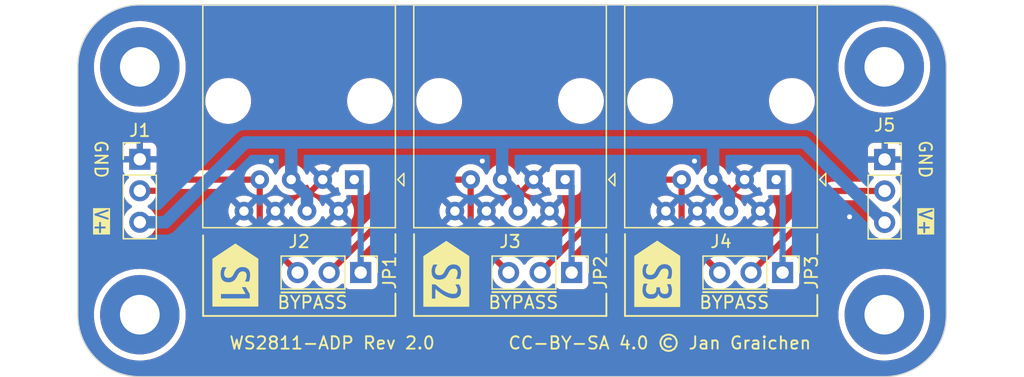
<source format=kicad_pcb>
(kicad_pcb (version 20221018) (generator pcbnew)
  (title_block (title "MGP Decoder adapter board to RJ45 loop") (date "2023-12-20") (rev "2.0") (company "Jan Graichen"))
  (layers (0 "F.Cu" signal) (31 "B.Cu" signal) (34 "B.Paste" user) (35 "F.Paste" user) (36 "B.SilkS" user "B.Silkscreen") (37 "F.SilkS" user "F.Silkscreen") (38 "B.Mask" user) (39 "F.Mask" user) (44 "Edge.Cuts" user))
  (net 0 "")
  (net 1 "Net-(J5-Pin_2)")
  (net 2 "Net-(JP1-A)")
  (net 3 "Net-(JP2-A)")
  (net 4 "VCC")
  (net 5 "GND")
  (net 6 "Net-(J1-Pin_2)")
  (net 7 "Net-(JP1-C)")
  (net 8 "Net-(JP3-A)")
  (net 9 "Net-(JP2-C)")
  (footprint "Connector_PinHeader_2.54mm:PinHeader_1x03_P2.54mm_Vertical" (layer "F.Cu") (at 70 62.46)
    (fp_text reference "J1" (at 0 -2.33) (layer "F.SilkS"))
    (fp_text value "Conn_01x03_Pin")
    (fp_line (start -1.33 -1.33) (end 0 -1.33) (stroke (width 0.12)) (layer "F.SilkS"))
    (fp_line (start -1.33 0) (end -1.33 -1.33) (stroke (width 0.12)) (layer "F.SilkS"))
    (fp_line (start -1.33 1.27) (end -1.33 6.41) (stroke (width 0.12)) (layer "F.SilkS"))
    (fp_line (start -1.33 1.27) (end 1.33 1.27) (stroke (width 0.12)) (layer "F.SilkS"))
    (fp_line (start -1.33 6.41) (end 1.33 6.41) (stroke (width 0.12)) (layer "F.SilkS"))
    (fp_line (start 1.33 1.27) (end 1.33 6.41) (stroke (width 0.12)) (layer "F.SilkS"))
    (pad "1" thru_hole rect (at 0 0) (size 1.7 1.7) (drill 1) (layers "*.Cu" "*.Mask") (net 5 "GND"))
    (pad "2" thru_hole oval (at 0 2.54) (size 1.7 1.7) (drill 1) (layers "*.Cu" "*.Mask") (net 6 "Net-(J1-Pin_2)"))
    (pad "3" thru_hole oval (at 0 5.08) (size 1.7 1.7) (drill 1) (layers "*.Cu" "*.Mask") (net 4 "VCC"))
  )
  (footprint "kibuzzard-6563BF6D" (layer "F.Cu") (at 111.7 71.7 -90)
    (fp_text reference "kibuzzard-6563BF6D" hide)
    (fp_text value "G***" hide)
    (fp_poly (pts (xy -0.782814 -1.852083) (xy -1.444272 -1.852083) (xy -2.678994 0) (xy -1.444272 1.852083) (xy -0.782814 1.852083) (xy -0.227189 1.852083) (xy -0.227189 1.190625) (xy -0.424039 1.173692) (xy -0.603956 1.122892) (xy -0.766939 1.038225) (xy -0.766939 0.708025) (xy -0.599369 0.822678) (xy -0.422628 0.891469) (xy -0.236714 0.9144) (xy -0.095426 0.892572) (xy 0.010936 0.827088) (xy 0.077611 0.719534) (xy 0.099836 0.5715) (xy 0.08277 0.430213) (xy 0.031574 0.3175) (xy -0.059311 0.224631) (xy -0.195439 0.142875) (xy -0.389996 0.041275) (xy -0.541867 -0.064558) (xy -0.651051 -0.174625) (xy -0.749873 -0.36195) (xy -0.782814 -0.587375) (xy -0.741142 -0.841375) (xy -0.616126 -1.031875) (xy -0.489303 -1.120069) (xy -0.331082 -1.172986) (xy -0.141464 -1.190625) (xy 0.043392 -1.180042) (xy 0.221192 -1.148292) (xy 0.391936 -1.095375) (xy 0.391936 -0.777875) (xy 0.146667 -0.880269) (xy -0.100189 -0.9144) (xy -0.239095 -0.893762) (xy -0.344664 -0.83185) (xy -0.411339 -0.733425) (xy -0.433564 -0.60325) (xy -0.405342 -0.442031) (xy -0.320675 -0.313972) (xy -0.179564 -0.219075) (xy 0.036689 -0.110067) (xy 0.202847 0.001058) (xy 0.318911 0.1143) (xy 0.421305 0.310356) (xy 0.455436 0.555625) (xy 0.428131 0.784225) (xy 0.346216 0.962025) (xy 0.209691 1.089025) (xy 0.018556 1.165225) (xy -0.227189 1.190625) (xy -0.227189 1.852083) (xy 1.303161 1.852083) (xy 1.303161 1.190625) (xy 1.044399 1.165225) (xy 0.795161 1.089025) (xy 0.795161 0.784225) (xy 1.026142 0.881856) (xy 1.261886 0.9144) (xy 1.436908 0.887016) (xy 1.561924 0.804863) (xy 1.636933 0.667941) (xy 1.661936 0.47625) (xy 1.633361 0.287734) (xy 1.547636 0.160337) (xy 1.392061 0.087709) (xy 1.153936 0.0635) (xy 1.090436 0.0635) (xy 1.090436 -0.2159) (xy 1.153936 -0.2159) (xy 1.375392 -0.239712) (xy 1.525411 -0.31115) (xy 1.611136 -0.434181) (xy 1.639711 -0.612775) (xy 1.603022 -0.782108) (xy 1.492956 -0.883708) (xy 1.309511 -0.917575) (xy 1.085674 -0.884237) (xy 0.839611 -0.784225) (xy 0.839611 -1.0795) (xy 1.023056 -1.141236) (xy 1.200856 -1.178278) (xy 1.373011 -1.190625) (xy 1.634155 -1.155303) (xy 1.827036 -1.049337) (xy 1.946099 -0.880666) (xy 1.985786 -0.657225) (xy 1.961974 -0.453827) (xy 1.890536 -0.291306) (xy 1.771474 -0.169664) (xy 1.604786 -0.0889) (xy 1.604786 -0.085725) (xy 1.785364 -0.019844) (xy 1.914349 0.098425) (xy 1.991739 0.269081) (xy 2.017536 0.492125) (xy 1.997692 0.705556) (xy 1.938161 0.880181) (xy 1.838942 1.016) (xy 1.700036 1.113014) (xy 1.521442 1.171222) (xy 1.303161 1.190625) (xy 1.303161 1.852083) (xy 2.017536 1.852083) (xy 2.678994 1.852083) (xy 2.678994 -1.852083) (xy 2.017536 -1.852083) (xy -0.782814 -1.852083)) (fill solid) (layer "F.SilkS"))
  )
  (footprint "Connector_PinHeader_2.54mm:PinHeader_1x03_P2.54mm_Vertical" (layer "F.Cu") (at 121.8 71.6 -90)
    (fp_text reference "JP3" (at 0 -2.33 90) (layer "F.SilkS"))
    (fp_text value "Jumper_3_Bridged12")
    (fp_line (start -1.33 -1.33) (end 0 -1.33) (stroke (width 0.12)) (layer "F.SilkS"))
    (fp_line (start -1.33 0) (end -1.33 -1.33) (stroke (width 0.12)) (layer "F.SilkS"))
    (fp_line (start -1.33 1.27) (end -1.33 6.41) (stroke (width 0.12)) (layer "F.SilkS"))
    (fp_line (start -1.33 1.27) (end 1.33 1.27) (stroke (width 0.12)) (layer "F.SilkS"))
    (fp_line (start -1.33 6.41) (end 1.33 6.41) (stroke (width 0.12)) (layer "F.SilkS"))
    (fp_line (start 1.33 1.27) (end 1.33 6.41) (stroke (width 0.12)) (layer "F.SilkS"))
    (pad "1" thru_hole rect (at 0 0 270) (size 1.7 1.7) (drill 1) (layers "*.Cu" "*.Mask") (net 8 "Net-(JP3-A)"))
    (pad "2" thru_hole oval (at 0 2.54 270) (size 1.7 1.7) (drill 1) (layers "*.Cu" "*.Mask") (net 1 "Net-(J5-Pin_2)"))
    (pad "3" thru_hole oval (at 0 5.08 270) (size 1.7 1.7) (drill 1) (layers "*.Cu" "*.Mask") (net 9 "Net-(JP2-C)"))
  )
  (footprint "Connector_RJ:RJ45_Amphenol_54602-x08_Horizontal" (layer "F.Cu") (at 87.2825 64.1 180)
    (fp_text reference "J2" (at 4.445 -5) (layer "F.SilkS"))
    (fp_text value "RJ45 P1")
    (fp_line (start -4 -0.5) (end -4 0.5) (stroke (width 0.12)) (layer "F.SilkS"))
    (fp_line (start -4 0.5) (end -3.5 0) (stroke (width 0.12)) (layer "F.SilkS"))
    (fp_line (start -3.5 0) (end -4 -0.5) (stroke (width 0.12)) (layer "F.SilkS"))
    (fp_line (start -3.315 -3.88) (end -3.315 14.08) (stroke (width 0.12)) (layer "F.SilkS"))
    (fp_line (start -3.315 14.08) (end 12.205 14.08) (stroke (width 0.12)) (layer "F.SilkS"))
    (fp_line (start 12.205 -3.88) (end -3.315 -3.88) (stroke (width 0.12)) (layer "F.SilkS"))
    (fp_line (start 12.205 -3.88) (end 12.205 14.08) (stroke (width 0.12)) (layer "F.SilkS"))
    (pad "" np_thru_hole circle (at -1.27 6.35 180) (size 3.2 3.2) (drill 3.2) (layers "*.Cu" "*.Mask"))
    (pad "" np_thru_hole circle (at 10.16 6.35 180) (size 3.2 3.2) (drill 3.2) (layers "*.Cu" "*.Mask"))
    (pad "1" thru_hole rect (at 0 0 180) (size 1.5 1.5) (drill 0.76) (layers "*.Cu" "*.Mask") (net 2 "Net-(JP1-A)"))
    (pad "2" thru_hole circle (at 1.27 -2.54 180) (size 1.5 1.5) (drill 0.76) (layers "*.Cu" "*.Mask") (net 5 "GND"))
    (pad "3" thru_hole circle (at 2.54 0 180) (size 1.5 1.5) (drill 0.76) (layers "*.Cu" "*.Mask") (net 5 "GND"))
    (pad "4" thru_hole circle (at 3.81 -2.54 180) (size 1.5 1.5) (drill 0.76) (layers "*.Cu" "*.Mask") (net 4 "VCC"))
    (pad "5" thru_hole circle (at 5.08 0 180) (size 1.5 1.5) (drill 0.76) (layers "*.Cu" "*.Mask") (net 4 "VCC"))
    (pad "6" thru_hole circle (at 6.35 -2.54 180) (size 1.5 1.5) (drill 0.76) (layers "*.Cu" "*.Mask") (net 5 "GND"))
    (pad "7" thru_hole circle (at 7.62 0 180) (size 1.5 1.5) (drill 0.76) (layers "*.Cu" "*.Mask") (net 6 "Net-(J1-Pin_2)"))
    (pad "8" thru_hole circle (at 8.89 -2.54 180) (size 1.5 1.5) (drill 0.76) (layers "*.Cu" "*.Mask") (net 5 "GND"))
  )
  (footprint "Connector_RJ:RJ45_Amphenol_54602-x08_Horizontal" (layer "F.Cu") (at 121.2825 64.1 180)
    (fp_text reference "J4" (at 4.445 -5) (layer "F.SilkS"))
    (fp_text value "RJ45 P3")
    (fp_line (start -4 -0.5) (end -4 0.5) (stroke (width 0.12)) (layer "F.SilkS"))
    (fp_line (start -4 0.5) (end -3.5 0) (stroke (width 0.12)) (layer "F.SilkS"))
    (fp_line (start -3.5 0) (end -4 -0.5) (stroke (width 0.12)) (layer "F.SilkS"))
    (fp_line (start -3.315 -3.88) (end -3.315 14.08) (stroke (width 0.12)) (layer "F.SilkS"))
    (fp_line (start -3.315 14.08) (end 12.205 14.08) (stroke (width 0.12)) (layer "F.SilkS"))
    (fp_line (start 12.205 -3.88) (end -3.315 -3.88) (stroke (width 0.12)) (layer "F.SilkS"))
    (fp_line (start 12.205 -3.88) (end 12.205 14.08) (stroke (width 0.12)) (layer "F.SilkS"))
    (pad "" np_thru_hole circle (at -1.27 6.35 180) (size 3.2 3.2) (drill 3.2) (layers "*.Cu" "*.Mask"))
    (pad "" np_thru_hole circle (at 10.16 6.35 180) (size 3.2 3.2) (drill 3.2) (layers "*.Cu" "*.Mask"))
    (pad "1" thru_hole rect (at 0 0 180) (size 1.5 1.5) (drill 0.76) (layers "*.Cu" "*.Mask") (net 8 "Net-(JP3-A)"))
    (pad "2" thru_hole circle (at 1.27 -2.54 180) (size 1.5 1.5) (drill 0.76) (layers "*.Cu" "*.Mask") (net 5 "GND"))
    (pad "3" thru_hole circle (at 2.54 0 180) (size 1.5 1.5) (drill 0.76) (layers "*.Cu" "*.Mask") (net 5 "GND"))
    (pad "4" thru_hole circle (at 3.81 -2.54 180) (size 1.5 1.5) (drill 0.76) (layers "*.Cu" "*.Mask") (net 4 "VCC"))
    (pad "5" thru_hole circle (at 5.08 0 180) (size 1.5 1.5) (drill 0.76) (layers "*.Cu" "*.Mask") (net 4 "VCC"))
    (pad "6" thru_hole circle (at 6.35 -2.54 180) (size 1.5 1.5) (drill 0.76) (layers "*.Cu" "*.Mask") (net 5 "GND"))
    (pad "7" thru_hole circle (at 7.62 0 180) (size 1.5 1.5) (drill 0.76) (layers "*.Cu" "*.Mask") (net 9 "Net-(JP2-C)"))
    (pad "8" thru_hole circle (at 8.89 -2.54 180) (size 1.5 1.5) (drill 0.76) (layers "*.Cu" "*.Mask") (net 5 "GND"))
  )
  (footprint "Connector_PinHeader_2.54mm:PinHeader_1x03_P2.54mm_Vertical" (layer "F.Cu") (at 87.8 71.6 -90)
    (fp_text reference "JP1" (at 0 -2.33 90) (layer "F.SilkS"))
    (fp_text value "Jumper_3_Bridged12")
    (fp_line (start -1.33 -1.33) (end 0 -1.33) (stroke (width 0.12)) (layer "F.SilkS"))
    (fp_line (start -1.33 0) (end -1.33 -1.33) (stroke (width 0.12)) (layer "F.SilkS"))
    (fp_line (start -1.33 1.27) (end -1.33 6.41) (stroke (width 0.12)) (layer "F.SilkS"))
    (fp_line (start -1.33 1.27) (end 1.33 1.27) (stroke (width 0.12)) (layer "F.SilkS"))
    (fp_line (start -1.33 6.41) (end 1.33 6.41) (stroke (width 0.12)) (layer "F.SilkS"))
    (fp_line (start 1.33 1.27) (end 1.33 6.41) (stroke (width 0.12)) (layer "F.SilkS"))
    (pad "1" thru_hole rect (at 0 0 270) (size 1.7 1.7) (drill 1) (layers "*.Cu" "*.Mask") (net 2 "Net-(JP1-A)"))
    (pad "2" thru_hole oval (at 0 2.54 270) (size 1.7 1.7) (drill 1) (layers "*.Cu" "*.Mask") (net 7 "Net-(JP1-C)"))
    (pad "3" thru_hole oval (at 0 5.08 270) (size 1.7 1.7) (drill 1) (layers "*.Cu" "*.Mask") (net 6 "Net-(J1-Pin_2)"))
  )
  (footprint "MountingHole:MountingHole_3.2mm_M3_Pad" (layer "F.Cu") (at 70 55)
    (fp_text reference "REF**" hide)
    (fp_text value "MountingHole_3.2mm_M3_Pad")
    (pad "1" thru_hole circle (at 0 0) (size 6.4 6.4) (drill 3.2) (layers "*.Cu" "*.Mask"))
  )
  (footprint "kibuzzard-6563BF62" (layer "F.Cu") (at 77.7 71.8 -90)
    (fp_text reference "kibuzzard-6563BF62" hide)
    (fp_text value "G***" hide)
    (fp_poly (pts (xy -0.651051 -1.852083) (xy -1.31251 -1.852083) (xy -2.547232 0) (xy -1.31251 1.852083) (xy -0.651051 1.852083) (xy -0.095426 1.852083) (xy -0.095426 1.190625) (xy -0.292276 1.173692) (xy -0.472193 1.122892) (xy -0.635176 1.038225) (xy -0.635176 0.708025) (xy -0.467607 0.822678) (xy -0.290865 0.891469) (xy -0.104951 0.9144) (xy 0.036336 0.892572) (xy 0.142699 0.827088) (xy 0.209374 0.719534) (xy 0.231599 0.5715) (xy 0.214533 0.430213) (xy 0.163336 0.3175) (xy 0.072452 0.224631) (xy -0.063676 0.142875) (xy -0.258233 0.041275) (xy -0.410104 -0.064558) (xy -0.519289 -0.174625) (xy -0.618111 -0.36195) (xy -0.651051 -0.587375) (xy -0.60938 -0.841375) (xy -0.484364 -1.031875) (xy -0.35754 -1.120069) (xy -0.199319 -1.172986) (xy -0.009701 -1.190625) (xy 0.175154 -1.180042) (xy 0.352954 -1.148292) (xy 0.523699 -1.095375) (xy 0.523699 -0.777875) (xy 0.27843 -0.880269) (xy 0.031574 -0.9144) (xy -0.107333 -0.893762) (xy -0.212901 -0.83185) (xy -0.279576 -0.733425) (xy -0.301801 -0.60325) (xy -0.273579 -0.442031) (xy -0.188912 -0.313972) (xy -0.047801 -0.219075) (xy 0.168451 -0.110067) (xy 0.33461 0.001058) (xy 0.450674 0.1143) (xy 0.553067 0.310356) (xy 0.587199 0.555625) (xy 0.559894 0.784225) (xy 0.477979 0.962025) (xy 0.341454 1.089025) (xy 0.150319 1.165225) (xy -0.095426 1.190625) (xy -0.095426 1.852083) (xy 1.530174 1.852083) (xy 1.530174 1.158875) (xy 1.530174 -0.8255) (xy 1.523824 -0.828675) (xy 0.977724 -0.523875) (xy 0.977724 -0.835025) (xy 1.533349 -1.158875) (xy 1.885774 -1.158875) (xy 1.885774 1.158875) (xy 1.530174 1.158875) (xy 1.530174 1.852083) (xy 1.885774 1.852083) (xy 2.547232 1.852083) (xy 2.547232 -1.852083) (xy 1.885774 -1.852083) (xy -0.651051 -1.852083)) (fill solid) (layer "F.SilkS"))
  )
  (footprint "Connector_PinHeader_2.54mm:PinHeader_1x03_P2.54mm_Vertical" (layer "F.Cu") (at 104.8 71.6 -90)
    (fp_text reference "JP2" (at 0 -2.33 90) (layer "F.SilkS"))
    (fp_text value "Jumper_3_Bridged12")
    (fp_line (start -1.33 -1.33) (end 0 -1.33) (stroke (width 0.12)) (layer "F.SilkS"))
    (fp_line (start -1.33 0) (end -1.33 -1.33) (stroke (width 0.12)) (layer "F.SilkS"))
    (fp_line (start -1.33 1.27) (end -1.33 6.41) (stroke (width 0.12)) (layer "F.SilkS"))
    (fp_line (start -1.33 1.27) (end 1.33 1.27) (stroke (width 0.12)) (layer "F.SilkS"))
    (fp_line (start -1.33 6.41) (end 1.33 6.41) (stroke (width 0.12)) (layer "F.SilkS"))
    (fp_line (start 1.33 1.27) (end 1.33 6.41) (stroke (width 0.12)) (layer "F.SilkS"))
    (pad "1" thru_hole rect (at 0 0 270) (size 1.7 1.7) (drill 1) (layers "*.Cu" "*.Mask") (net 3 "Net-(JP2-A)"))
    (pad "2" thru_hole oval (at 0 2.54 270) (size 1.7 1.7) (drill 1) (layers "*.Cu" "*.Mask") (net 9 "Net-(JP2-C)"))
    (pad "3" thru_hole oval (at 0 5.08 270) (size 1.7 1.7) (drill 1) (layers "*.Cu" "*.Mask") (net 7 "Net-(JP1-C)"))
  )
  (footprint "MountingHole:MountingHole_3.2mm_M3_Pad" (layer "F.Cu") (at 130 55)
    (fp_text reference "REF**" hide)
    (fp_text value "MountingHole_3.2mm_M3_Pad")
    (pad "1" thru_hole circle (at 0 0) (size 6.4 6.4) (drill 3.2) (layers "*.Cu" "*.Mask"))
  )
  (footprint "Connector_PinSocket_2.54mm:PinSocket_1x03_P2.54mm_Vertical" (layer "F.Cu") (at 130.025 62.475)
    (fp_text reference "J5" (at 0 -2.77) (layer "F.SilkS"))
    (fp_text value "Conn_01x03_Socket")
    (fp_line (start -1.33 1.27) (end -1.33 6.41) (stroke (width 0.12)) (layer "F.SilkS"))
    (fp_line (start -1.33 1.27) (end 1.33 1.27) (stroke (width 0.12)) (layer "F.SilkS"))
    (fp_line (start -1.33 6.41) (end 1.33 6.41) (stroke (width 0.12)) (layer "F.SilkS"))
    (fp_line (start 0 -1.33) (end 1.33 -1.33) (stroke (width 0.12)) (layer "F.SilkS"))
    (fp_line (start 1.33 -1.33) (end 1.33 0) (stroke (width 0.12)) (layer "F.SilkS"))
    (fp_line (start 1.33 1.27) (end 1.33 6.41) (stroke (width 0.12)) (layer "F.SilkS"))
    (pad "1" thru_hole rect (at 0 0) (size 1.7 1.7) (drill 1) (layers "*.Cu" "*.Mask") (net 5 "GND"))
    (pad "2" thru_hole oval (at 0 2.54) (size 1.7 1.7) (drill 1) (layers "*.Cu" "*.Mask") (net 1 "Net-(J5-Pin_2)"))
    (pad "3" thru_hole oval (at 0 5.08) (size 1.7 1.7) (drill 1) (layers "*.Cu" "*.Mask") (net 4 "VCC"))
  )
  (footprint "MountingHole:MountingHole_3.2mm_M3_Pad" (layer "F.Cu") (at 70 75)
    (fp_text reference "REF**" hide)
    (fp_text value "MountingHole_3.2mm_M3_Pad")
    (pad "1" thru_hole circle (at 0 0) (size 6.4 6.4) (drill 3.2) (layers "*.Cu" "*.Mask"))
  )
  (footprint "Connector_RJ:RJ45_Amphenol_54602-x08_Horizontal" (layer "F.Cu") (at 104.2825 64.1 180)
    (fp_text reference "J3" (at 4.445 -5) (layer "F.SilkS"))
    (fp_text value "RJ45 P2")
    (fp_line (start -4 -0.5) (end -4 0.5) (stroke (width 0.12)) (layer "F.SilkS"))
    (fp_line (start -4 0.5) (end -3.5 0) (stroke (width 0.12)) (layer "F.SilkS"))
    (fp_line (start -3.5 0) (end -4 -0.5) (stroke (width 0.12)) (layer "F.SilkS"))
    (fp_line (start -3.315 -3.88) (end -3.315 14.08) (stroke (width 0.12)) (layer "F.SilkS"))
    (fp_line (start -3.315 14.08) (end 12.205 14.08) (stroke (width 0.12)) (layer "F.SilkS"))
    (fp_line (start 12.205 -3.88) (end -3.315 -3.88) (stroke (width 0.12)) (layer "F.SilkS"))
    (fp_line (start 12.205 -3.88) (end 12.205 14.08) (stroke (width 0.12)) (layer "F.SilkS"))
    (pad "" np_thru_hole circle (at -1.27 6.35 180) (size 3.2 3.2) (drill 3.2) (layers "*.Cu" "*.Mask"))
    (pad "" np_thru_hole circle (at 10.16 6.35 180) (size 3.2 3.2) (drill 3.2) (layers "*.Cu" "*.Mask"))
    (pad "1" thru_hole rect (at 0 0 180) (size 1.5 1.5) (drill 0.76) (layers "*.Cu" "*.Mask") (net 3 "Net-(JP2-A)"))
    (pad "2" thru_hole circle (at 1.27 -2.54 180) (size 1.5 1.5) (drill 0.76) (layers "*.Cu" "*.Mask") (net 5 "GND"))
    (pad "3" thru_hole circle (at 2.54 0 180) (size 1.5 1.5) (drill 0.76) (layers "*.Cu" "*.Mask") (net 5 "GND"))
    (pad "4" thru_hole circle (at 3.81 -2.54 180) (size 1.5 1.5) (drill 0.76) (layers "*.Cu" "*.Mask") (net 4 "VCC"))
    (pad "5" thru_hole circle (at 5.08 0 180) (size 1.5 1.5) (drill 0.76) (layers "*.Cu" "*.Mask") (net 4 "VCC"))
    (pad "6" thru_hole circle (at 6.35 -2.54 180) (size 1.5 1.5) (drill 0.76) (layers "*.Cu" "*.Mask") (net 5 "GND"))
    (pad "7" thru_hole circle (at 7.62 0 180) (size 1.5 1.5) (drill 0.76) (layers "*.Cu" "*.Mask") (net 7 "Net-(JP1-C)"))
    (pad "8" thru_hole circle (at 8.89 -2.54 180) (size 1.5 1.5) (drill 0.76) (layers "*.Cu" "*.Mask") (net 5 "GND"))
  )
  (footprint "kibuzzard-6563BF69" (layer "F.Cu") (at 94.7 71.7 -90)
    (fp_text reference "kibuzzard-6563BF69" hide)
    (fp_text value "G***" hide)
    (fp_poly (pts (xy -0.763764 -1.852083) (xy -1.425222 -1.852083) (xy -2.659944 0) (xy -1.425222 1.852083) (xy -0.763764 1.852083) (xy -0.208139 1.852083) (xy -0.208139 1.190625) (xy -0.404989 1.173692) (xy -0.584906 1.122892) (xy -0.747889 1.038225) (xy -0.747889 0.708025) (xy -0.580319 0.822678) (xy -0.403578 0.891469) (xy -0.217664 0.9144) (xy -0.076376 0.892572) (xy 0.029986 0.827088) (xy 0.096661 0.719534) (xy 0.118886 0.5715) (xy 0.10182 0.430213) (xy 0.050624 0.3175) (xy -0.040261 0.224631) (xy -0.176389 0.142875) (xy -0.370946 0.041275) (xy -0.522817 -0.064558) (xy -0.632001 -0.174625) (xy -0.730823 -0.36195) (xy -0.763764 -0.587375) (xy -0.722092 -0.841375) (xy -0.597076 -1.031875) (xy -0.470253 -1.120069) (xy -0.312032 -1.172986) (xy -0.122414 -1.190625) (xy 0.062442 -1.180042) (xy 0.240242 -1.148292) (xy 0.410986 -1.095375) (xy 0.410986 -0.777875) (xy 0.165717 -0.880269) (xy -0.081139 -0.9144) (xy -0.220045 -0.893762) (xy -0.325614 -0.83185) (xy -0.392289 -0.733425) (xy -0.414514 -0.60325) (xy -0.386292 -0.442031) (xy -0.301625 -0.313972) (xy -0.160514 -0.219075) (xy 0.055739 -0.110067) (xy 0.221897 0.001058) (xy 0.337961 0.1143) (xy 0.440355 0.310356) (xy 0.474486 0.555625) (xy 0.447181 0.784225) (xy 0.365266 0.962025) (xy 0.228741 1.089025) (xy 0.037606 1.165225) (xy -0.208139 1.190625) (xy -0.208139 1.852083) (xy 1.998486 1.852083) (xy 1.998486 1.158875) (xy 0.855486 1.158875) (xy 0.855486 0.88265) (xy 1.059334 0.645691) (xy 1.231821 0.41923) (xy 1.372946 0.203265) (xy 1.482711 -0.002203) (xy 1.561114 -0.197174) (xy 1.608155 -0.381648) (xy 1.623836 -0.555625) (xy 1.60677 -0.71755) (xy 1.555574 -0.828675) (xy 1.347611 -0.9144) (xy 1.198386 -0.893586) (xy 1.034344 -0.831144) (xy 0.855486 -0.727075) (xy 0.855486 -1.025525) (xy 1.031169 -1.117247) (xy 1.219553 -1.172281) (xy 1.420636 -1.190625) (xy 1.661539 -1.151334) (xy 1.838149 -1.033462) (xy 1.946495 -0.839391) (xy 1.982611 -0.5715) (xy 1.962679 -0.370417) (xy 1.902883 -0.156633) (xy 1.803224 0.06985) (xy 1.699738 0.251222) (xy 1.56867 0.446088) (xy 1.41002 0.654447) (xy 1.223786 0.8763) (xy 1.223786 0.88265) (xy 1.998486 0.88265) (xy 1.998486 1.158875) (xy 1.998486 1.852083) (xy 2.659944 1.852083) (xy 2.659944 -1.852083) (xy 1.998486 -1.852083) (xy -0.763764 -1.852083)) (fill solid) (layer "F.SilkS"))
  )
  (footprint "MountingHole:MountingHole_3.2mm_M3_Pad" (layer "F.Cu") (at 130 75)
    (fp_text reference "REF**" hide)
    (fp_text value "MountingHole_3.2mm_M3_Pad")
    (pad "1" thru_hole circle (at 0 0) (size 6.4 6.4) (drill 3.2) (layers "*.Cu" "*.Mask"))
  )
  (gr_line (start 75.1 75.1) (end 90.6 75.1) (stroke (width 0.15)) (layer "F.SilkS"))
  (gr_line (start 90.6 70) (end 90.6 68.5) (stroke (width 0.15)) (layer "F.SilkS"))
  (gr_line (start 124.6 75.1) (end 124.6 73.4) (stroke (width 0.15)) (layer "F.SilkS"))
  (gr_line (start 109.1 68.5) (end 109.1 75.1) (stroke (width 0.15)) (layer "F.SilkS"))
  (gr_line (start 90.6 75.1) (end 90.6 73.3) (stroke (width 0.15)) (layer "F.SilkS"))
  (gr_line (start 109.1 75.1) (end 124.6 75.1) (stroke (width 0.15)) (layer "F.SilkS"))
  (gr_line (start 81.407 73.2028) (end 86.5124 73.2028) (stroke (width 0.15)) (layer "F.SilkS"))
  (gr_line (start 107.6 68.5) (end 107.6 70) (stroke (width 0.15)) (layer "F.SilkS"))
  (gr_line (start 92.1 68.5) (end 92.1 75.1) (stroke (width 0.15)) (layer "F.SilkS"))
  (gr_line (start 98.3996 73.1774) (end 103.5304 73.1774) (stroke (width 0.15)) (layer "F.SilkS"))
  (gr_line (start 92.1 75.1) (end 107.6 75.1) (stroke (width 0.15)) (layer "F.SilkS"))
  (gr_line (start 75.1 68.6) (end 75.1 75.1) (stroke (width 0.15)) (layer "F.SilkS"))
  (gr_line (start 107.6 75.1) (end 107.6 73.3) (stroke (width 0.15)) (layer "F.SilkS"))
  (gr_line (start 115.3922 73.1774) (end 120.523 73.1774) (stroke (width 0.15)) (layer "F.SilkS"))
  (gr_line (start 124.6 70.1) (end 124.6 68.5) (stroke (width 0.15)) (layer "F.SilkS"))
  (gr_line (start 130 80) (end 70 80) (stroke (width 0.1)) (layer "Edge.Cuts"))
  (gr_arc (start 130 50) (mid 133.535534 51.464466) (end 135 55) (stroke (width 0.1)) (layer "Edge.Cuts"))
  (gr_arc (start 70 80) (mid 66.464466 78.535534) (end 65 75) (stroke (width 0.1)) (layer "Edge.Cuts"))
  (gr_arc (start 135 75) (mid 133.535534 78.535534) (end 130 80) (stroke (width 0.1)) (layer "Edge.Cuts"))
  (gr_line (start 135 55) (end 135 75) (stroke (width 0.1)) (layer "Edge.Cuts"))
  (gr_line (start 70 50) (end 130 50) (stroke (width 0.1)) (layer "Edge.Cuts"))
  (gr_line (start 65 75) (end 65 55) (stroke (width 0.1)) (layer "Edge.Cuts"))
  (gr_arc (start 65 55) (mid 66.464466 51.464466) (end 70 50) (stroke (width 0.1)) (layer "Edge.Cuts"))
  (gr_text "BYPASS" (at 98 74.6) (layer "F.SilkS") (effects (font (size 1 1)) (justify left bottom)))
  (gr_text "V+" (at 132.706 67.536 270) (layer "F.SilkS" knockout) (effects (font (size 1 1)) (justify bottom)))
  (gr_text "GND" (at 132.706 62.456 270) (layer "F.SilkS") (effects (font (size 1 1)) (justify bottom)))
  (gr_text "BYPASS" (at 115 74.6) (layer "F.SilkS") (effects (font (size 1 1)) (justify left bottom)))
  (gr_text "V+" (at 66.285 67.536 270) (layer "F.SilkS" knockout) (effects (font (size 1 1)) (justify bottom)))
  (gr_text "GND" (at 66.285 62.456 270) (layer "F.SilkS") (effects (font (size 1 1)) (justify bottom)))
  (gr_text "CC-BY-SA 4.0 © Jan Graichen" (at 111.9 76.7) (layer "F.SilkS") (effects (font (size 1 1)) (justify top)))
  (gr_text "BYPASS" (at 81 74.6) (layer "F.SilkS") (effects (font (size 1 1)) (justify left bottom)))
  (gr_text "WS2811-ADP Rev ${REVISION}" (at 85.5 76.7) (layer "F.SilkS") (effects (font (size 1 1)) (justify top)))
  (segment (start 125.845 65.015) (end 130.025 65.015) (width 0.5) (layer "F.Cu") (net 1))
  (segment (start 119.26 71.6) (end 125.845 65.015) (width 0.5) (layer "F.Cu") (net 1))
  (segment (start 87.8 71.6) (end 87.8 64.6175) (width 0.5) (layer "B.Cu") (net 2))
  (segment (start 87.8 64.6175) (end 87.2825 64.1) (width 0.5) (layer "B.Cu") (net 2))
  (segment (start 104.8 71.6) (end 104.8 64.6175) (width 0.5) (layer "B.Cu") (net 3))
  (segment (start 104.8 64.6175) (end 104.2825 64.1) (width 0.5) (layer "B.Cu") (net 3))
  (segment (start 99.2025 61.1025) (end 99.2 61.1) (width 1) (layer "B.Cu") (net 4))
  (segment (start 82.2025 64.1) (end 82.2025 61.1025) (width 1) (layer "B.Cu") (net 4))
  (segment (start 99.2 61.1) (end 116.2 61.1) (width 1) (layer "B.Cu") (net 4))
  (segment (start 78.5 61.1) (end 82.2 61.1) (width 1) (layer "B.Cu") (net 4))
  (segment (start 117.4725 66.64) (end 117.4725 65.37) (width 1) (layer "B.Cu") (net 4))
  (segment (start 116.2025 64.1) (end 116.2025 61.1025) (width 1) (layer "B.Cu") (net 4))
  (segment (start 82.2 61.1) (end 99.2 61.1) (width 1) (layer "B.Cu") (net 4))
  (segment (start 116.2 61.1) (end 123.57 61.1) (width 1) (layer "B.Cu") (net 4))
  (segment (start 70 67.54) (end 72.06 67.54) (width 1) (layer "B.Cu") (net 4))
  (segment (start 83.4725 66.64) (end 83.4725 65.37) (width 1) (layer "B.Cu") (net 4))
  (segment (start 83.4725 65.37) (end 82.2025 64.1) (width 1) (layer "B.Cu") (net 4))
  (segment (start 82.2025 61.1025) (end 82.2 61.1) (width 1) (layer "B.Cu") (net 4))
  (segment (start 117.4725 65.37) (end 116.2025 64.1) (width 1) (layer "B.Cu") (net 4))
  (segment (start 116.2025 61.1025) (end 116.2 61.1) (width 1) (layer "B.Cu") (net 4))
  (segment (start 100.4725 65.37) (end 99.2025 64.1) (width 1) (layer "B.Cu") (net 4))
  (segment (start 99.2025 64.1) (end 99.2025 61.1025) (width 1) (layer "B.Cu") (net 4))
  (segment (start 100.4725 66.64) (end 100.4725 65.37) (width 1) (layer "B.Cu") (net 4))
  (segment (start 72.06 67.54) (end 78.5 61.1) (width 1) (layer "B.Cu") (net 4))
  (segment (start 123.57 61.1) (end 130.025 67.555) (width 1) (layer "B.Cu") (net 4))
  (via (at 97.6 62.6) (size 0.8) (drill 0.4) (layers "F.Cu" "B.Cu") (net 5))
  (via (at 114.7 62.6) (size 0.8) (drill 0.4) (layers "F.Cu" "B.Cu") (net 5))
  (via (at 127.2 67.1) (size 0.8) (drill 0.4) (layers "F.Cu" "B.Cu") (net 5))
  (via (at 80.6 62.6) (size 0.8) (drill 0.4) (layers "F.Cu" "B.Cu") (net 5))
  (segment (start 70 65) (end 71.5 65) (width 0.5) (layer "F.Cu") (net 6))
  (segment (start 72.4 64.1) (end 79.6625 64.1) (width 0.5) (layer "F.Cu") (net 6))
  (segment (start 71.5 65) (end 72.4 64.1) (width 0.5) (layer "F.Cu") (net 6))
  (segment (start 79.6625 64.1) (end 79.6625 68.5425) (width 0.5) (layer "F.Cu") (net 6))
  (segment (start 79.6625 68.5425) (end 82.72 71.6) (width 0.5) (layer "F.Cu") (net 6))
  (segment (start 85.26 71.6) (end 92.76 64.1) (width 0.5) (layer "F.Cu") (net 7))
  (segment (start 96.6625 64.1) (end 96.6625 68.5425) (width 0.5) (layer "F.Cu") (net 7))
  (segment (start 92.76 64.1) (end 96.6625 64.1) (width 0.5) (layer "F.Cu") (net 7))
  (segment (start 96.6625 68.5425) (end 99.72 71.6) (width 0.5) (layer "F.Cu") (net 7))
  (segment (start 121.8 71.6) (end 121.8 64.6175) (width 0.5) (layer "B.Cu") (net 8))
  (segment (start 121.8 64.6175) (end 121.2825 64.1) (width 0.5) (layer "B.Cu") (net 8))
  (segment (start 102.26 71.6) (end 109.76 64.1) (width 0.5) (layer "F.Cu") (net 9))
  (segment (start 113.6625 68.5425) (end 116.72 71.6) (width 0.5) (layer "F.Cu") (net 9))
  (segment (start 109.76 64.1) (end 113.6625 64.1) (width 0.5) (layer "F.Cu") (net 9))
  (segment (start 113.6625 64.1) (end 113.6625 68.5425) (width 0.5) (layer "F.Cu") (net 9))
  (zone (net 5) (net_name "GND") (layers "F&B.Cu") (name "GND") (connect_pads (clearance 0.5)) (min_thickness 0.25) (fill yes (thermal_gap 0.5) (thermal_bridge_width 0.5) (smoothing fillet) (radius 5))
    (polygon (pts (xy 65 50) (xy 135 50) (xy 135 80) (xy 65 80)))
  )
)
</source>
